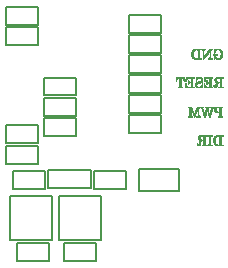
<source format=gbo>
G04 EasyPC Gerber Version 21.0.3 Build 4286 *
G04 #@! TF.Part,Single*
G04 #@! TF.FileFunction,Legend,Bot *
G04 #@! TF.FilePolarity,Positive *
%FSLAX34Y34*%
%MOMM*%
%ADD80C,0.02540*%
%ADD10C,0.12700*%
X0Y0D02*
D02*
D10*
X178095Y26392D02*
X205175D01*
Y11312*
X178095*
Y26392*
X196175Y93312D02*
X169095D01*
Y108392*
X196175*
Y93312*
Y111312D02*
X169095D01*
Y126392*
X196175*
Y111312*
Y194312D02*
X169095D01*
Y209392*
X196175*
Y194312*
Y211312D02*
X169095D01*
Y226392*
X196175*
Y211312*
X201095Y132392D02*
X228175D01*
Y117312*
X201095*
Y132392*
Y149392D02*
X228175D01*
Y134312*
X201095*
Y149392*
X202175Y72312D02*
X175095D01*
Y87392*
X202175*
Y72312*
X204635Y87852D02*
X240635D01*
Y72852*
X204635*
Y87852*
X207780Y66157D02*
X172135D01*
Y28692*
X207780*
Y66157*
X218095Y26392D02*
X245175D01*
Y11312*
X218095*
Y26392*
X228175Y151312D02*
X201095D01*
Y166392*
X228175*
Y151312*
X243095Y87392D02*
X270175D01*
Y72312*
X243095*
Y87392*
X249780Y66157D02*
X214135D01*
Y28692*
X249780*
Y66157*
X273095Y151392D02*
X300175D01*
Y136312*
X273095*
Y151392*
Y168392D02*
X300175D01*
Y153312*
X273095*
Y168392*
Y185392D02*
X300175D01*
Y170312*
X273095*
Y185392*
Y202392D02*
X300175D01*
Y187312*
X273095*
Y202392*
Y219392D02*
X300175D01*
Y204312*
X273095*
Y219392*
X300175Y119312D02*
X273095D01*
Y134392*
X300175*
Y119312*
X315675Y70812D02*
X281595D01*
Y88892*
X315675*
Y70812*
D02*
D80*
X352239Y117783D02*
X347891D01*
X347652Y117776*
X347426Y117762*
X347207Y117735*
X346995Y117694*
X346797Y117646*
X346606Y117591*
X346421Y117523*
X346243Y117441*
X346038Y117325*
X345840Y117188*
X345649Y117038*
X345471Y116867*
X345293Y116675*
X345122Y116470*
X344965Y116245*
X344815Y115998*
X344678Y115746*
X344555Y115472*
X344459Y115192*
X344370Y114905*
X344309Y114597*
X344261Y114283*
X344234Y113955*
X344227Y113620*
X344234Y113339*
X344247Y113066*
X344275Y112792*
X344316Y112539*
X344364Y112287*
X344425Y112040*
X344493Y111801*
X344582Y111569*
X344651Y111398*
X344733Y111227*
X344822Y111070*
X344917Y110913*
X345027Y110762*
X345143Y110619*
X345266Y110482*
X345403Y110345*
X345546Y110215*
X345697Y110099*
X345854Y109990*
X346018Y109887*
X346189Y109791*
X346373Y109709*
X346558Y109627*
X346756Y109559*
X346906Y109518*
X347077Y109477*
X347255Y109443*
X347453Y109415*
X347658Y109395*
X347870Y109381*
X348103Y109368*
X348349*
X352239*
Y109791*
X351439*
X351302Y109798*
X351186Y109812*
X351090Y109846*
X351022Y109887*
X350974Y109942*
X350933Y110010*
X350912Y110092*
X350906Y110188*
Y116969*
X350912Y117058*
X350940Y117126*
X350974Y117195*
X351029Y117256*
X351097Y117297*
X351179Y117331*
X351275Y117352*
X351377Y117359*
X352239*
Y117783*
X349190Y117359D02*
X349306Y117352D01*
X349408Y117331*
X349497Y117297*
X349566Y117249*
X349620Y117188*
X349655Y117113*
X349682Y117024*
X349689Y116928*
Y110208*
X349682Y110113*
X349655Y110024*
X349607Y109956*
X349545Y109894*
X349463Y109853*
X349354Y109819*
X349224Y109798*
X349060Y109791*
X348342*
X348110Y109798*
X347877Y109819*
X347658Y109860*
X347447Y109914*
X347235Y109983*
X347036Y110072*
X346845Y110167*
X346660Y110284*
X346544Y110373*
X346442Y110468*
X346339Y110571*
X346243Y110680*
X346161Y110803*
X346079Y110933*
X346011Y111070*
X345943Y111213*
X345867Y111425*
X345799Y111658*
X345738Y111904*
X345690Y112177*
X345656Y112464*
X345628Y112772*
X345614Y113100*
X345608Y113449*
Y113708*
X345621Y113955*
X345635Y114194*
X345656Y114426*
X345676Y114652*
X345710Y114871*
X345751Y115076*
X345792Y115274*
X345840Y115458*
X345895Y115636*
X345956Y115807*
X346018Y115971*
X346093Y116128*
X346168Y116272*
X346250Y116409*
X346339Y116532*
X346510Y116723*
X346695Y116894*
X346900Y117038*
X347125Y117154*
X347371Y117243*
X347638Y117304*
X347925Y117345*
X348233Y117359*
X349190*
X343147Y117783D02*
X339271D01*
Y117359*
X339934*
X340043*
X340139Y117352*
X340221Y117345*
X340296Y117331*
X340358Y117318*
X340412Y117297*
X340460Y117270*
X340494Y117249*
X340522Y117215*
X340542Y117174*
X340563Y117126*
X340583Y117072*
X340597Y117010*
X340604Y116942*
X340611Y116867*
Y116778*
Y110400*
Y110311*
X340604Y110229*
X340597Y110154*
X340583Y110092*
X340570Y110038*
X340556Y109990*
X340535Y109949*
X340508Y109921*
X340474Y109894*
X340426Y109867*
X340378Y109839*
X340317Y109826*
X340248Y109812*
X340180Y109798*
X340098Y109791*
X340016*
X339271*
Y109368*
X343147*
Y109791*
X342415*
X342320*
X342238Y109798*
X342162Y109805*
X342094Y109819*
X342039Y109832*
X341985Y109853*
X341944Y109880*
X341916Y109908*
X341889Y109935*
X341862Y109976*
X341841Y110031*
X341827Y110085*
X341814Y110154*
X341807Y110229*
X341800Y110311*
Y110400*
Y116778*
Y116867*
X341807Y116942*
X341814Y117010*
X341827Y117072*
X341841Y117126*
X341855Y117167*
X341875Y117202*
X341903Y117229*
X341944Y117256*
X341998Y117284*
X342060Y117304*
X342128Y117325*
X342203Y117338*
X342292Y117352*
X342388Y117359*
X342490*
X343147*
Y117783*
X338539D02*
X334192D01*
X333891Y117776*
X333597Y117748*
X333330Y117701*
X333071Y117639*
X332838Y117557*
X332619Y117461*
X332421Y117345*
X332237Y117208*
X332072Y117058*
X331929Y116894*
X331813Y116723*
X331710Y116545*
X331635Y116347*
X331580Y116142*
X331553Y115930*
X331539Y115698*
X331546Y115561*
X331553Y115431*
X331580Y115301*
X331608Y115171*
X331649Y115048*
X331697Y114932*
X331751Y114816*
X331813Y114706*
X331888Y114597*
X331970Y114501*
X332059Y114406*
X332155Y114317*
X332257Y114228*
X332366Y114153*
X332483Y114078*
X332613Y114009*
X332749Y113948*
X332906Y113893*
X333084Y113838*
X333282Y113790*
X333494Y113743*
X333727Y113708*
X333980Y113667*
X334246Y113640*
X334055Y113585*
X333870Y113531*
X333706Y113476*
X333563Y113421*
X333426Y113367*
X333310Y113312*
X333214Y113257*
X333125Y113203*
X332982Y113093*
X332852Y112963*
X332736Y112813*
X332633Y112656*
X332585Y112560*
X332537Y112437*
X332489Y112300*
X332435Y112136*
X332380Y111958*
X332325Y111753*
X332271Y111521*
X332209Y111275*
X332168Y111097*
X332120Y110933*
X332079Y110783*
X332031Y110646*
X331990Y110530*
X331943Y110427*
X331895Y110331*
X331847Y110256*
X331772Y110167*
X331697Y110106*
X331614Y110065*
X331532Y110051*
X331485Y110058*
X331444Y110065*
X331403Y110085*
X331362Y110113*
X331321Y110154*
X331280Y110195*
X331239Y110249*
X331204Y110311*
X331170Y110379*
X331136Y110461*
X331109Y110557*
X331081Y110666*
X331061Y110783*
X331047Y110919*
X331027Y111063*
X331020Y111220*
X330630*
X330651Y110988*
X330678Y110769*
X330712Y110564*
X330760Y110373*
X330815Y110202*
X330883Y110038*
X330958Y109894*
X331040Y109771*
X331136Y109655*
X331239Y109559*
X331348Y109477*
X331471Y109409*
X331608Y109354*
X331744Y109313*
X331895Y109292*
X332059Y109286*
X332257Y109299*
X332442Y109340*
X332619Y109402*
X332777Y109498*
X332920Y109614*
X333043Y109757*
X333146Y109921*
X333235Y110113*
X333248Y110161*
X333262Y110208*
X333282Y110263*
X333296Y110331*
X333310Y110407*
X333330Y110482*
X333344Y110571*
X333358Y110673*
X333378Y110776*
X333392Y110885*
X333412Y111008*
X333426Y111138*
X333447Y111268*
X333467Y111412*
X333481Y111562*
X333501Y111726*
X333522Y111904*
X333549Y112075*
X333576Y112232*
X333611Y112369*
X333645Y112498*
X333686Y112608*
X333727Y112710*
X333775Y112799*
X333877Y112950*
X334007Y113086*
X334164Y113203*
X334349Y113312*
X334554Y113394*
X334780Y113456*
X335026Y113490*
X335285Y113503*
X335976*
Y110195*
X335969Y110099*
X335948Y110017*
X335914Y109949*
X335866Y109901*
X335791Y109853*
X335696Y109819*
X335579Y109798*
X335443Y109791*
X334636*
Y109368*
X338539*
Y109791*
X337712*
X337589Y109798*
X337480Y109819*
X337384Y109853*
X337316Y109901*
X337254Y109956*
X337220Y110024*
X337193Y110106*
X337186Y110195*
Y116928*
X337193Y117024*
X337220Y117113*
X337261Y117188*
X337316Y117249*
X337391Y117297*
X337480Y117331*
X337589Y117352*
X337712Y117359*
X338539*
Y117783*
X335976Y113914D02*
X334978D01*
X334739Y113920*
X334506Y113934*
X334287Y113968*
X334089Y114009*
X333898Y114064*
X333720Y114125*
X333563Y114201*
X333412Y114289*
X333276Y114392*
X333166Y114515*
X333064Y114659*
X332989Y114816*
X332927Y114994*
X332879Y115192*
X332852Y115404*
X332845Y115636*
Y115800*
X332859Y115951*
X332872Y116094*
X332900Y116231*
X332927Y116361*
X332968Y116477*
X333009Y116586*
X333057Y116689*
X333112Y116778*
X333173Y116867*
X333235Y116942*
X333303Y117010*
X333378Y117072*
X333453Y117126*
X333535Y117174*
X333617Y117215*
X333713Y117249*
X333836Y117277*
X333973Y117304*
X334137Y117325*
X334315Y117338*
X334520Y117352*
X334739Y117359*
X334985*
X335142*
X335292Y117352*
X335415Y117345*
X335531Y117331*
X335627Y117325*
X335702Y117304*
X335771Y117284*
X335819Y117263*
X335887Y117208*
X335935Y117140*
X335969Y117051*
X335976Y116942*
Y113914*
X331361Y109470D02*
X332731D01*
X334636D02*
X338539D01*
X339271D02*
X343147D01*
X347114D02*
X352239D01*
X331092Y109708D02*
X333001D01*
X334636D02*
X338539D01*
X339271D02*
X343147D01*
X346373D02*
X352239D01*
X330931Y109946D02*
X333158D01*
X335914D02*
X337265D01*
X340535D02*
X341882D01*
X345924D02*
X347349D01*
X349597D02*
X350972D01*
X330822Y110184D02*
X331291D01*
X331786D02*
X333255D01*
X335975D02*
X337187D01*
X340600D02*
X341811D01*
X345586D02*
X346818D01*
X349687D02*
X350906D01*
X330748Y110422D02*
X331152D01*
X331940D02*
X333314D01*
X335976D02*
X337186D01*
X340611D02*
X341800D01*
X345326D02*
X346491D01*
X349689D02*
X350906D01*
X330696Y110660D02*
X331083D01*
X332036D02*
X333356D01*
X335976D02*
X337186D01*
X340611D02*
X341800D01*
X345110D02*
X346261D01*
X349689D02*
X350906D01*
X330662Y110898D02*
X331049D01*
X332110D02*
X333394D01*
X335976D02*
X337186D01*
X340611D02*
X341800D01*
X344928D02*
X346101D01*
X349689D02*
X350906D01*
X330638Y111136D02*
X331024D01*
X332177D02*
X333426D01*
X335976D02*
X337186D01*
X340611D02*
X341800D01*
X344785D02*
X345980D01*
X349689D02*
X350906D01*
X332234Y111374D02*
X333462D01*
X335976D02*
X337186D01*
X340611D02*
X341800D01*
X344663D02*
X345885D01*
X349689D02*
X350906D01*
X332292Y111612D02*
X333487D01*
X335976D02*
X337186D01*
X340611D02*
X341800D01*
X344566D02*
X345812D01*
X349689D02*
X350906D01*
X332351Y111850D02*
X333516D01*
X335976D02*
X337186D01*
X340611D02*
X341800D01*
X344479D02*
X345751D01*
X349689D02*
X350906D01*
X332420Y112088D02*
X333551D01*
X335976D02*
X337186D01*
X340611D02*
X341800D01*
X344413D02*
X345706D01*
X349689D02*
X350906D01*
X332498Y112326D02*
X333600D01*
X335976D02*
X337186D01*
X340611D02*
X341800D01*
X344357D02*
X345672D01*
X349689D02*
X350906D01*
X332585Y112564D02*
X333670D01*
X335976D02*
X337186D01*
X340611D02*
X341800D01*
X344312D02*
X345647D01*
X349689D02*
X350906D01*
X332729Y112802D02*
X333777D01*
X335976D02*
X337186D01*
X340611D02*
X341800D01*
X344274D02*
X345627D01*
X349689D02*
X350906D01*
X332929Y113040D02*
X333963D01*
X335976D02*
X337186D01*
X340611D02*
X341800D01*
X344250D02*
X345617D01*
X349689D02*
X350906D01*
X333251Y113278D02*
X334291D01*
X335976D02*
X337186D01*
X340611D02*
X341800D01*
X344237D02*
X345611D01*
X349689D02*
X350906D01*
X333825Y113516D02*
X337186D01*
X340611D02*
X341800D01*
X344230D02*
X345608D01*
X349689D02*
X350906D01*
X333444Y113754D02*
X337186D01*
X340611D02*
X341800D01*
X344230D02*
X345610D01*
X349689D02*
X350906D01*
X332651Y113992D02*
X334171D01*
X335976D02*
X337186D01*
X340611D02*
X341800D01*
X344237D02*
X345623D01*
X349689D02*
X350906D01*
X332257Y114230D02*
X333513D01*
X335976D02*
X337186D01*
X340611D02*
X341800D01*
X344257D02*
X345638D01*
X349689D02*
X350906D01*
X332001Y114468D02*
X333208D01*
X335976D02*
X337186D01*
X340611D02*
X341800D01*
X344289D02*
X345660D01*
X349689D02*
X350906D01*
X331813Y114706D02*
X333042D01*
X335976D02*
X337186D01*
X340611D02*
X341800D01*
X344331D02*
X345684D01*
X349689D02*
X350906D01*
X331692Y114944D02*
X332944D01*
X335976D02*
X337186D01*
X340611D02*
X341800D01*
X344382D02*
X345725D01*
X349689D02*
X350906D01*
X331606Y115182D02*
X332881D01*
X335976D02*
X337186D01*
X340611D02*
X341800D01*
X344456D02*
X345773D01*
X349689D02*
X350906D01*
X331555Y115420D02*
X332852D01*
X335976D02*
X337186D01*
X340611D02*
X341800D01*
X344537D02*
X345830D01*
X349689D02*
X350906D01*
X331541Y115658D02*
X332845D01*
X335976D02*
X337186D01*
X340611D02*
X341800D01*
X344638D02*
X345903D01*
X349689D02*
X350906D01*
X331551Y115896D02*
X332854D01*
X335976D02*
X337186D01*
X340611D02*
X341800D01*
X344760D02*
X345990D01*
X349689D02*
X350906D01*
X331579Y116134D02*
X332880D01*
X335976D02*
X337186D01*
X340611D02*
X341800D01*
X344898D02*
X346096D01*
X349689D02*
X350906D01*
X331644Y116372D02*
X332931D01*
X335976D02*
X337186D01*
X340611D02*
X341800D01*
X345054D02*
X346228D01*
X349689D02*
X350906D01*
X331748Y116610D02*
X333020D01*
X335976D02*
X337186D01*
X340611D02*
X341800D01*
X345239D02*
X346409D01*
X349689D02*
X350906D01*
X331898Y116848D02*
X333160D01*
X335976D02*
X337186D01*
X340611D02*
X341800D01*
X345453D02*
X346645D01*
X349689D02*
X350906D01*
X332103Y117086D02*
X333397D01*
X335956D02*
X337212D01*
X340578D02*
X341831D01*
X345710D02*
X346993D01*
X349663D02*
X350924D01*
X332393Y117324D02*
X334123D01*
X335627D02*
X337462D01*
X340329D02*
X342122D01*
X346038D02*
X347778D01*
X349426D02*
X351162D01*
X332852Y117562D02*
X338539D01*
X339271D02*
X343147D01*
X346527D02*
X352239D01*
X352191Y141783D02*
X348034D01*
X347699Y141769*
X347378Y141742*
X347077Y141694*
X346797Y141625*
X346537Y141530*
X346305Y141420*
X346086Y141290*
X345888Y141147*
X345717Y140976*
X345567Y140798*
X345437Y140614*
X345334Y140409*
X345252Y140197*
X345197Y139964*
X345163Y139732*
X345150Y139479*
X345163Y139226*
X345191Y138994*
X345245Y138775*
X345321Y138570*
X345416Y138378*
X345532Y138207*
X345669Y138050*
X345833Y137907*
X346072Y137729*
X346325Y137579*
X346599Y137456*
X346879Y137346*
X347173Y137264*
X347488Y137209*
X347809Y137175*
X348144Y137162*
X349648*
Y134284*
X349641Y134167*
X349620Y134072*
X349579Y133990*
X349525Y133928*
X349443Y133867*
X349340Y133826*
X349231Y133798*
X349101Y133791*
X348144*
Y133368*
X352191*
Y133791*
X351343*
X351227Y133798*
X351124Y133819*
X351042Y133846*
X350974Y133887*
X350926Y133942*
X350885Y134010*
X350864Y134079*
X350858Y134161*
Y140873*
X350864Y140997*
X350892Y141092*
X350940Y141181*
X351008Y141243*
X351049Y141270*
X351097Y141297*
X351152Y141311*
X351220Y141331*
X351295Y141345*
X351377Y141352*
X351466Y141359*
X351569*
X352191*
Y141783*
X349648Y137579D02*
X348506D01*
X348239Y137585*
X348000Y137606*
X347775Y137640*
X347570Y137688*
X347385Y137756*
X347214Y137831*
X347064Y137927*
X346934Y138030*
X346824Y138153*
X346729Y138289*
X346640Y138454*
X346578Y138631*
X346524Y138823*
X346483Y139041*
X346462Y139274*
X346455Y139527*
Y139698*
X346469Y139869*
X346483Y140019*
X346510Y140169*
X346537Y140299*
X346578Y140422*
X346619Y140539*
X346674Y140641*
X346790Y140826*
X346941Y140983*
X347112Y141113*
X347303Y141215*
X347419Y141263*
X347549Y141297*
X347693Y141331*
X347857Y141359*
X348041Y141379*
X348233Y141393*
X348451Y141407*
X348677*
X348834*
X348964Y141400*
X349087Y141386*
X349197Y141379*
X349285Y141359*
X349367Y141338*
X349429Y141311*
X349477Y141284*
X349552Y141215*
X349607Y141120*
X349634Y141010*
X349648Y140873*
Y137579*
X344664Y141783D02*
X341855D01*
Y141359*
X342053*
X342156*
X342251Y141352*
X342340*
X342415Y141338*
X342477Y141331*
X342531Y141318*
X342579Y141304*
X342614Y141290*
X342668Y141249*
X342702Y141202*
X342730Y141140*
X342737Y141072*
X342730Y141010*
X342716Y140935*
X342689Y140846*
X342648Y140744*
X342614Y140634*
X340905Y135295*
X339401Y140231*
X339469Y140429*
X339524Y140607*
X339585Y140764*
X339633Y140894*
X339681Y141010*
X339729Y141099*
X339770Y141167*
X339804Y141215*
X339845Y141249*
X339893Y141277*
X339947Y141304*
X340016Y141325*
X340084Y141338*
X340166Y141352*
X340262Y141359*
X340358*
X340870*
Y141783*
X337364*
Y141359*
X337726*
X337835*
X337938Y141352*
X338033Y141345*
X338115Y141338*
X338184Y141325*
X338245Y141311*
X338300Y141297*
X338341Y141284*
X338403Y141236*
X338444Y141181*
X338471Y141120*
X338478Y141051*
X338471Y140928*
X338444Y140826*
X336707Y135295*
X335279Y140081*
X335238Y140217*
X335210Y140354*
X335197Y140484*
X335190Y140614*
X335203Y140791*
X335238Y140949*
X335292Y141079*
X335367Y141181*
X335463Y141256*
X335579Y141311*
X335723Y141345*
X335887Y141359*
X336147*
Y141783*
X333508*
Y141359*
X333672Y141331*
X333822Y141290*
X333946Y141249*
X334062Y141188*
X334157Y141120*
X334253Y141038*
X334335Y140949*
X334417Y140839*
X334451Y140778*
X334492Y140703*
X334527Y140627*
X334568Y140532*
X334609Y140436*
X334643Y140327*
X334684Y140204*
X334718Y140081*
X336789Y133169*
X337193*
X339127Y139349*
X340980Y133169*
X341404*
X343769Y140634*
X343810Y140744*
X343844Y140839*
X343885Y140921*
X343919Y141003*
X343960Y141072*
X344008Y141126*
X344049Y141181*
X344090Y141215*
X344193Y141277*
X344322Y141325*
X344480Y141352*
X344664Y141359*
Y141783*
X333241D02*
X330432D01*
X327923Y135138*
X325619Y141783*
X322741*
Y141359*
X323439*
X323528*
X323610Y141352*
X323685Y141345*
X323753Y141331*
X323808Y141318*
X323863Y141297*
X323904Y141277*
X323938Y141249*
X323992Y141188*
X324033Y141099*
X324061Y140997*
X324068Y140873*
Y134208*
X324061Y134113*
X324027Y134031*
X323979Y133956*
X323910Y133901*
X323869Y133873*
X323822Y133853*
X323767Y133832*
X323705Y133819*
X323637Y133805*
X323562Y133798*
X323473Y133791*
X323384*
X322741*
Y133368*
X326604*
Y133791*
X325886*
X325742Y133798*
X325613Y133819*
X325510Y133860*
X325428Y133908*
X325360Y133969*
X325312Y134038*
X325284Y134120*
X325278Y134208*
Y141359*
X328053Y133368*
X328436*
X331430Y141325*
Y135200*
Y135070*
X331423Y134947*
X331409Y134831*
X331396Y134728*
X331375Y134625*
X331355Y134537*
X331327Y134455*
X331293Y134386*
X331218Y134256*
X331129Y134147*
X331020Y134051*
X330904Y133969*
X330835Y133935*
X330753Y133908*
X330664Y133873*
X330569Y133853*
X330452Y133832*
X330336Y133812*
X330206Y133798*
X330063Y133791*
Y133368*
X333241*
Y133791*
X333057Y133805*
X332879Y133832*
X332729Y133860*
X332585Y133901*
X332462Y133949*
X332353Y133997*
X332257Y134058*
X332182Y134126*
X332114Y134202*
X332059Y134297*
X332011Y134400*
X331970Y134523*
X331943Y134653*
X331922Y134803*
X331908Y134960*
X331902Y135138*
Y140942*
X331908Y141044*
X331936Y141126*
X331977Y141202*
X332031Y141256*
X332066Y141284*
X332114Y141304*
X332161Y141318*
X332223Y141331*
X332284Y141345*
X332360Y141352*
X332435Y141359*
X332524*
X333241*
Y141783*
X336770Y133232D02*
X337213D01*
X340961D02*
X341424D01*
X322741Y133470D02*
X326604D01*
X328018D02*
X328474D01*
X330063D02*
X333241D01*
X336699D02*
X337287D01*
X340890D02*
X341499D01*
X348144D02*
X352191D01*
X322741Y133708D02*
X326604D01*
X327935D02*
X328564D01*
X330063D02*
X333241D01*
X336628D02*
X337362D01*
X340818D02*
X341575D01*
X348144D02*
X352191D01*
X323966Y133946D02*
X325386D01*
X327852D02*
X328653D01*
X330857D02*
X332469D01*
X336556D02*
X337436D01*
X340747D02*
X341650D01*
X349541D02*
X350924D01*
X324066Y134184D02*
X325280D01*
X327770D02*
X328743D01*
X331159D02*
X332130D01*
X336485D02*
X337511D01*
X340676D02*
X341726D01*
X349642D02*
X350858D01*
X324068Y134422D02*
X325278D01*
X327687D02*
X328833D01*
X331311D02*
X332004D01*
X336414D02*
X337585D01*
X340604D02*
X341801D01*
X349648D02*
X350858D01*
X324068Y134660D02*
X325278D01*
X327604D02*
X328922D01*
X331382D02*
X331942D01*
X336342D02*
X337660D01*
X340533D02*
X341876D01*
X349648D02*
X350858D01*
X324068Y134898D02*
X325278D01*
X327522D02*
X329012D01*
X331417D02*
X331914D01*
X336271D02*
X337734D01*
X340462D02*
X341952D01*
X349648D02*
X350858D01*
X324068Y135136D02*
X325278D01*
X327439D02*
X327923D01*
X327924D02*
X329101D01*
X331430D02*
X331902D01*
X336200D02*
X337809D01*
X340390D02*
X342027D01*
X349648D02*
X350858D01*
X324068Y135374D02*
X325278D01*
X327356D02*
X327841D01*
X328012D02*
X329191D01*
X331430D02*
X331902D01*
X336128D02*
X336683D01*
X336732D02*
X337883D01*
X340319D02*
X340881D01*
X340930D02*
X342103D01*
X349648D02*
X350858D01*
X324068Y135612D02*
X325278D01*
X327274D02*
X327759D01*
X328102D02*
X329280D01*
X331430D02*
X331902D01*
X336057D02*
X336612D01*
X336807D02*
X337958D01*
X340247D02*
X340808D01*
X341006D02*
X342178D01*
X349648D02*
X350858D01*
X324068Y135850D02*
X325278D01*
X327191D02*
X327676D01*
X328192D02*
X329370D01*
X331430D02*
X331902D01*
X335986D02*
X336541D01*
X336881D02*
X338032D01*
X340176D02*
X340736D01*
X341083D02*
X342253D01*
X349648D02*
X350858D01*
X324068Y136088D02*
X325278D01*
X327108D02*
X327594D01*
X328282D02*
X329459D01*
X331430D02*
X331902D01*
X335914D02*
X336470D01*
X336956D02*
X338106D01*
X340105D02*
X340663D01*
X341159D02*
X342329D01*
X349648D02*
X350858D01*
X324068Y136326D02*
X325278D01*
X327026D02*
X327511D01*
X328372D02*
X329549D01*
X331430D02*
X331902D01*
X335843D02*
X336399D01*
X337031D02*
X338181D01*
X340033D02*
X340591D01*
X341235D02*
X342404D01*
X349648D02*
X350858D01*
X324068Y136564D02*
X325278D01*
X326943D02*
X327429D01*
X328461D02*
X329639D01*
X331430D02*
X331902D01*
X335772D02*
X336328D01*
X337106D02*
X338255D01*
X339962D02*
X340518D01*
X341311D02*
X342480D01*
X349648D02*
X350858D01*
X324068Y136802D02*
X325278D01*
X326860D02*
X327346D01*
X328551D02*
X329728D01*
X331430D02*
X331902D01*
X335700D02*
X336257D01*
X337180D02*
X338330D01*
X339891D02*
X340446D01*
X341387D02*
X342555D01*
X349648D02*
X350858D01*
X324068Y137040D02*
X325278D01*
X326778D02*
X327264D01*
X328641D02*
X329818D01*
X331430D02*
X331902D01*
X335629D02*
X336186D01*
X337255D02*
X338404D01*
X339819D02*
X340373D01*
X341464D02*
X342630D01*
X349648D02*
X350858D01*
X324068Y137278D02*
X325278D01*
X326695D02*
X327181D01*
X328731D02*
X329907D01*
X331430D02*
X331902D01*
X335558D02*
X336115D01*
X337330D02*
X338479D01*
X339748D02*
X340301D01*
X341540D02*
X342706D01*
X347123D02*
X350858D01*
X324068Y137516D02*
X325278D01*
X326613D02*
X327098D01*
X328821D02*
X329997D01*
X331430D02*
X331902D01*
X335487D02*
X336044D01*
X337405D02*
X338553D01*
X339677D02*
X340228D01*
X341616D02*
X342781D01*
X346465D02*
X350858D01*
X324068Y137754D02*
X325278D01*
X326530D02*
X327016D01*
X328911D02*
X330086D01*
X331430D02*
X331902D01*
X335415D02*
X335973D01*
X337479D02*
X338628D01*
X339605D02*
X340156D01*
X341692D02*
X342857D01*
X346038D02*
X347390D01*
X349648D02*
X350858D01*
X324068Y137992D02*
X325278D01*
X326447D02*
X326933D01*
X329001D02*
X330176D01*
X331430D02*
X331902D01*
X335344D02*
X335902D01*
X337554D02*
X338702D01*
X339534D02*
X340083D01*
X341768D02*
X342932D01*
X345736D02*
X346982D01*
X349648D02*
X350858D01*
X324068Y138230D02*
X325278D01*
X326365D02*
X326851D01*
X329090D02*
X330265D01*
X331430D02*
X331902D01*
X335273D02*
X335831D01*
X337629D02*
X338777D01*
X339463D02*
X340011D01*
X341844D02*
X343007D01*
X345516D02*
X346770D01*
X349648D02*
X350858D01*
X324068Y138468D02*
X325278D01*
X326282D02*
X326768D01*
X329180D02*
X330355D01*
X331430D02*
X331902D01*
X335201D02*
X335760D01*
X337703D02*
X338851D01*
X339391D02*
X339938D01*
X341921D02*
X343083D01*
X345371D02*
X346635D01*
X349648D02*
X350858D01*
X324068Y138706D02*
X325278D01*
X326199D02*
X326686D01*
X329270D02*
X330445D01*
X331430D02*
X331902D01*
X335130D02*
X335689D01*
X337778D02*
X338926D01*
X339320D02*
X339866D01*
X341997D02*
X343158D01*
X345271D02*
X346557D01*
X349648D02*
X350858D01*
X324068Y138944D02*
X325278D01*
X326117D02*
X326603D01*
X329360D02*
X330534D01*
X331430D02*
X331902D01*
X335059D02*
X335618D01*
X337853D02*
X339000D01*
X339248D02*
X339793D01*
X342073D02*
X343234D01*
X345203D02*
X346501D01*
X349648D02*
X350858D01*
X324068Y139182D02*
X325278D01*
X326034D02*
X326521D01*
X329450D02*
X330624D01*
X331430D02*
X331902D01*
X334987D02*
X335547D01*
X337928D02*
X339075D01*
X339177D02*
X339721D01*
X342149D02*
X343309D01*
X345168D02*
X346470D01*
X349648D02*
X350858D01*
X324068Y139420D02*
X325278D01*
X325951D02*
X326438D01*
X329540D02*
X330713D01*
X331430D02*
X331902D01*
X334916D02*
X335476D01*
X338002D02*
X339648D01*
X342225D02*
X343384D01*
X345153D02*
X346458D01*
X349648D02*
X350858D01*
X324068Y139658D02*
X325278D01*
X325869D02*
X326356D01*
X329630D02*
X330803D01*
X331430D02*
X331902D01*
X334845D02*
X335405D01*
X338077D02*
X339576D01*
X342302D02*
X343460D01*
X345159D02*
X346455D01*
X349648D02*
X350858D01*
X324068Y139896D02*
X325278D01*
X325786D02*
X326273D01*
X329720D02*
X330892D01*
X331430D02*
X331902D01*
X334773D02*
X335334D01*
X338152D02*
X339503D01*
X342378D02*
X343535D01*
X345187D02*
X346472D01*
X349648D02*
X350858D01*
X324068Y140134D02*
X325278D01*
X325703D02*
X326191D01*
X329809D02*
X330982D01*
X331430D02*
X331902D01*
X334703D02*
X335263D01*
X338227D02*
X339431D01*
X342454D02*
X343611D01*
X345237D02*
X346504D01*
X349648D02*
X350858D01*
X324068Y140372D02*
X325278D01*
X325621D02*
X326108D01*
X329899D02*
X331071D01*
X331430D02*
X331902D01*
X334629D02*
X335208D01*
X338301D02*
X339449D01*
X342530D02*
X343686D01*
X345320D02*
X346561D01*
X349648D02*
X350858D01*
X324068Y140610D02*
X325278D01*
X325538D02*
X326026D01*
X329989D02*
X331161D01*
X331430D02*
X331902D01*
X334534D02*
X335190D01*
X338376D02*
X339525D01*
X342606D02*
X343761D01*
X345437D02*
X346657D01*
X349648D02*
X350858D01*
X324068Y140848D02*
X325278D01*
X325455D02*
X325943D01*
X330079D02*
X331251D01*
X331430D02*
X331902D01*
X334410D02*
X335216D01*
X338450D02*
X339616D01*
X342689D02*
X343849D01*
X345609D02*
X346811D01*
X349648D02*
X350858D01*
X324037Y141086D02*
X325278D01*
X325373D02*
X325861D01*
X330169D02*
X331340D01*
X331430D02*
X331922D01*
X334197D02*
X335297D01*
X338474D02*
X339722D01*
X342736D02*
X343972D01*
X345827D02*
X347076D01*
X349615D02*
X350890D01*
X323783Y141324D02*
X325278D01*
X325290D02*
X325778D01*
X330259D02*
X332190D01*
X333698D02*
X335634D01*
X338184D02*
X340011D01*
X342506D02*
X344316D01*
X346143D02*
X347663D01*
X349399D02*
X351196D01*
X322741Y141562D02*
X325696D01*
X330349D02*
X333241D01*
X333508D02*
X336147D01*
X337364D02*
X340870D01*
X341855D02*
X344664D01*
X346625D02*
X352191D01*
X352341Y166783D02*
X347993D01*
X347693Y166776*
X347399Y166748*
X347132Y166701*
X346872Y166639*
X346640Y166557*
X346421Y166461*
X346223Y166345*
X346038Y166208*
X345874Y166058*
X345731Y165894*
X345614Y165723*
X345512Y165545*
X345437Y165347*
X345382Y165142*
X345355Y164930*
X345341Y164698*
X345348Y164561*
X345355Y164431*
X345382Y164301*
X345409Y164171*
X345450Y164048*
X345498Y163932*
X345553Y163816*
X345614Y163706*
X345690Y163597*
X345772Y163501*
X345861Y163406*
X345956Y163317*
X346059Y163228*
X346168Y163153*
X346284Y163078*
X346414Y163009*
X346551Y162948*
X346708Y162893*
X346886Y162838*
X347084Y162790*
X347296Y162743*
X347529Y162708*
X347781Y162667*
X348048Y162640*
X347857Y162585*
X347672Y162531*
X347508Y162476*
X347364Y162421*
X347228Y162367*
X347112Y162312*
X347016Y162257*
X346927Y162203*
X346783Y162093*
X346654Y161963*
X346537Y161813*
X346435Y161656*
X346387Y161560*
X346339Y161437*
X346291Y161300*
X346237Y161136*
X346182Y160958*
X346127Y160753*
X346072Y160521*
X346011Y160275*
X345970Y160097*
X345922Y159933*
X345881Y159783*
X345833Y159646*
X345792Y159530*
X345744Y159427*
X345697Y159331*
X345649Y159256*
X345573Y159167*
X345498Y159106*
X345416Y159065*
X345334Y159051*
X345286Y159058*
X345245Y159065*
X345204Y159085*
X345163Y159113*
X345122Y159154*
X345081Y159195*
X345040Y159249*
X345006Y159311*
X344972Y159379*
X344938Y159461*
X344910Y159557*
X344883Y159666*
X344863Y159783*
X344849Y159919*
X344828Y160063*
X344822Y160220*
X344432*
X344452Y159988*
X344480Y159769*
X344514Y159564*
X344562Y159373*
X344616Y159202*
X344685Y159038*
X344760Y158894*
X344842Y158771*
X344938Y158655*
X345040Y158559*
X345150Y158477*
X345273Y158409*
X345409Y158354*
X345546Y158313*
X345697Y158292*
X345861Y158286*
X346059Y158299*
X346243Y158340*
X346421Y158402*
X346578Y158498*
X346722Y158614*
X346845Y158757*
X346947Y158921*
X347036Y159113*
X347050Y159161*
X347064Y159208*
X347084Y159263*
X347098Y159331*
X347112Y159407*
X347132Y159482*
X347146Y159571*
X347159Y159673*
X347180Y159776*
X347194Y159885*
X347214Y160008*
X347228Y160138*
X347248Y160268*
X347269Y160412*
X347282Y160562*
X347303Y160726*
X347323Y160904*
X347351Y161075*
X347378Y161232*
X347412Y161369*
X347447Y161498*
X347488Y161608*
X347529Y161710*
X347576Y161799*
X347679Y161950*
X347809Y162086*
X347966Y162203*
X348151Y162312*
X348356Y162394*
X348581Y162456*
X348827Y162490*
X349087Y162503*
X349778*
Y159195*
X349771Y159099*
X349750Y159017*
X349716Y158949*
X349668Y158901*
X349593Y158853*
X349497Y158819*
X349381Y158798*
X349244Y158791*
X348438*
Y158368*
X352341*
Y158791*
X351514*
X351391Y158798*
X351281Y158819*
X351186Y158853*
X351117Y158901*
X351056Y158956*
X351022Y159024*
X350994Y159106*
X350988Y159195*
Y165928*
X350994Y166024*
X351022Y166113*
X351063Y166188*
X351117Y166249*
X351193Y166297*
X351281Y166331*
X351391Y166352*
X351514Y166359*
X352341*
Y166783*
X349778Y162914D02*
X348780D01*
X348540Y162920*
X348308Y162934*
X348089Y162968*
X347891Y163009*
X347699Y163064*
X347522Y163125*
X347364Y163201*
X347214Y163289*
X347077Y163392*
X346968Y163515*
X346865Y163659*
X346790Y163816*
X346729Y163994*
X346681Y164192*
X346654Y164404*
X346647Y164636*
Y164800*
X346660Y164951*
X346674Y165094*
X346701Y165231*
X346729Y165361*
X346770Y165477*
X346811Y165586*
X346859Y165689*
X346913Y165778*
X346975Y165867*
X347036Y165942*
X347105Y166010*
X347180Y166072*
X347255Y166126*
X347337Y166174*
X347419Y166215*
X347515Y166249*
X347638Y166277*
X347775Y166304*
X347939Y166325*
X348116Y166338*
X348322Y166352*
X348540Y166359*
X348786*
X348944*
X349094Y166352*
X349217Y166345*
X349333Y166331*
X349429Y166325*
X349504Y166304*
X349572Y166284*
X349620Y166263*
X349689Y166208*
X349737Y166140*
X349771Y166051*
X349778Y165942*
Y162914*
X343454Y166783D02*
X336782D01*
X336625Y163946*
X337008*
X337070Y164267*
X337138Y164568*
X337213Y164841*
X337302Y165087*
X337398Y165306*
X337500Y165504*
X337610Y165675*
X337726Y165826*
X337856Y165949*
X337992Y166058*
X338136Y166147*
X338293Y166222*
X338457Y166284*
X338635Y166325*
X338820Y166352*
X339011Y166359*
X340658*
X340754Y166352*
X340829Y166331*
X340905Y166297*
X340959Y166249*
X341007Y166188*
X341034Y166113*
X341055Y166024*
X341062Y165921*
Y162920*
X340337*
X340200Y162927*
X340064Y162948*
X339934Y162975*
X339818Y163023*
X339701Y163084*
X339592Y163153*
X339496Y163235*
X339401Y163337*
X339312Y163447*
X339243Y163570*
X339175Y163706*
X339120Y163864*
X339079Y164028*
X339045Y164206*
X339025Y164404*
X339011Y164609*
X338621*
Y160712*
X339011*
X339025Y160945*
X339045Y161164*
X339079Y161362*
X339120Y161539*
X339175Y161704*
X339243Y161854*
X339319Y161984*
X339407Y162100*
X339503Y162196*
X339606Y162278*
X339715Y162353*
X339838Y162414*
X339968Y162456*
X340105Y162490*
X340248Y162510*
X340406Y162517*
X341062*
Y159167*
X341055Y159079*
X341028Y159003*
X340993Y158942*
X340939Y158887*
X340870Y158846*
X340775Y158812*
X340665Y158798*
X340535Y158791*
X339230*
X338977Y158805*
X338731Y158832*
X338498Y158887*
X338286Y158962*
X338081Y159058*
X337897Y159174*
X337719Y159311*
X337562Y159468*
X337418Y159646*
X337281Y159851*
X337165Y160070*
X337063Y160316*
X336974Y160576*
X336899Y160863*
X336837Y161170*
X336789Y161498*
X336379*
X336523Y158368*
X343454*
Y158791*
X342880*
X342723Y158798*
X342593Y158819*
X342490Y158860*
X342408Y158908*
X342347Y158969*
X342306Y159051*
X342279Y159140*
X342272Y159249*
Y165921*
X342279Y166024*
X342299Y166113*
X342340Y166188*
X342388Y166249*
X342456Y166297*
X342545Y166331*
X342648Y166352*
X342764Y166359*
X343454*
Y166783*
X330425Y166147D02*
X329912Y166878D01*
X329495*
X329461Y163816*
X329837*
X329933Y164158*
X330035Y164472*
X330152Y164766*
X330275Y165033*
X330411Y165279*
X330555Y165504*
X330712Y165703*
X330876Y165873*
X331054Y166024*
X331239Y166161*
X331423Y166270*
X331621Y166359*
X331820Y166434*
X332031Y166482*
X332243Y166509*
X332469Y166523*
X332654Y166516*
X332824Y166496*
X332989Y166461*
X333146Y166407*
X333296Y166345*
X333440Y166270*
X333570Y166181*
X333693Y166072*
X333809Y165956*
X333905Y165839*
X333987Y165709*
X334048Y165573*
X334103Y165436*
X334144Y165286*
X334164Y165135*
X334171Y164978*
X334157Y164780*
X334123Y164595*
X334069Y164424*
X333987Y164267*
X333884Y164123*
X333761Y163994*
X333617Y163877*
X333447Y163775*
X333344Y163727*
X333228Y163672*
X333084Y163624*
X332927Y163577*
X332742Y163522*
X332544Y163474*
X332325Y163419*
X332086Y163365*
X331744Y163289*
X331437Y163214*
X331150Y163132*
X330890Y163057*
X330657Y162982*
X330452Y162900*
X330275Y162825*
X330117Y162743*
X329981Y162667*
X329851Y162579*
X329735Y162490*
X329625Y162394*
X329523Y162291*
X329434Y162182*
X329345Y162073*
X329277Y161956*
X329208Y161833*
X329154Y161710*
X329106Y161581*
X329065Y161444*
X329037Y161300*
X329017Y161150*
X329003Y160999*
X328996Y160842*
X329010Y160569*
X329044Y160302*
X329106Y160042*
X329188Y159803*
X329297Y159571*
X329427Y159359*
X329584Y159154*
X329762Y158956*
X329960Y158785*
X330172Y158627*
X330398Y158504*
X330637Y158395*
X330890Y158313*
X331156Y158258*
X331444Y158224*
X331738Y158210*
X332059Y158224*
X332366Y158265*
X332667Y158327*
X332954Y158422*
X333235Y158539*
X333501Y158682*
X333754Y158853*
X334000Y159051*
X334643Y158265*
X335053*
Y161526*
X334643*
X334574Y161198*
X334486Y160890*
X334383Y160596*
X334253Y160323*
X334110Y160063*
X333952Y159824*
X333775Y159605*
X333576Y159400*
X333364Y159215*
X333146Y159058*
X332920Y158921*
X332688Y158812*
X332455Y158730*
X332209Y158668*
X331956Y158634*
X331703Y158621*
X331498Y158627*
X331300Y158648*
X331115Y158689*
X330938Y158744*
X330774Y158812*
X330616Y158901*
X330466Y159003*
X330329Y159120*
X330206Y159243*
X330097Y159379*
X330001Y159523*
X329926Y159666*
X329871Y159824*
X329830Y159988*
X329803Y160152*
X329796Y160330*
X329810Y160521*
X329844Y160706*
X329906Y160876*
X329994Y161034*
X330049Y161109*
X330111Y161184*
X330179Y161252*
X330254Y161314*
X330336Y161375*
X330425Y161437*
X330521Y161492*
X330623Y161546*
X330746Y161601*
X330897Y161656*
X331068Y161717*
X331266Y161779*
X331491Y161840*
X331744Y161909*
X332018Y161977*
X332325Y162052*
X332496Y162093*
X332660Y162134*
X332818Y162175*
X332968Y162223*
X333105Y162264*
X333241Y162312*
X333371Y162353*
X333494Y162401*
X333611Y162449*
X333720Y162497*
X333822Y162544*
X333918Y162592*
X334000Y162640*
X334082Y162688*
X334157Y162743*
X334226Y162790*
X334390Y162941*
X334533Y163112*
X334656Y163296*
X334759Y163488*
X334834Y163706*
X334889Y163932*
X334923Y164178*
X334937Y164431*
X334923Y164705*
X334889Y164964*
X334834Y165210*
X334759Y165443*
X334663Y165662*
X334540Y165873*
X334397Y166065*
X334226Y166249*
X334048Y166420*
X333850Y166564*
X333645Y166680*
X333419Y166783*
X333187Y166858*
X332947Y166913*
X332688Y166947*
X332421Y166960*
X332155Y166947*
X331902Y166913*
X331656Y166851*
X331409Y166769*
X331293Y166721*
X331170Y166660*
X331047Y166598*
X330924Y166523*
X330801Y166441*
X330678Y166352*
X330548Y166249*
X330425Y166147*
X327704Y166783D02*
X321032D01*
X320875Y163946*
X321258*
X321320Y164267*
X321388Y164568*
X321463Y164841*
X321552Y165087*
X321648Y165306*
X321750Y165504*
X321860Y165675*
X321976Y165826*
X322106Y165949*
X322242Y166058*
X322386Y166147*
X322543Y166222*
X322707Y166284*
X322885Y166325*
X323070Y166352*
X323261Y166359*
X324908*
X325004Y166352*
X325079Y166331*
X325155Y166297*
X325209Y166249*
X325257Y166188*
X325284Y166113*
X325305Y166024*
X325312Y165921*
Y162920*
X324587*
X324450Y162927*
X324314Y162948*
X324184Y162975*
X324068Y163023*
X323951Y163084*
X323842Y163153*
X323746Y163235*
X323651Y163337*
X323562Y163447*
X323493Y163570*
X323425Y163706*
X323370Y163864*
X323329Y164028*
X323295Y164206*
X323275Y164404*
X323261Y164609*
X322871*
Y160712*
X323261*
X323275Y160945*
X323295Y161164*
X323329Y161362*
X323370Y161539*
X323425Y161704*
X323493Y161854*
X323569Y161984*
X323657Y162100*
X323753Y162196*
X323856Y162278*
X323965Y162353*
X324088Y162414*
X324218Y162456*
X324355Y162490*
X324498Y162510*
X324656Y162517*
X325312*
Y159167*
X325305Y159079*
X325278Y159003*
X325243Y158942*
X325189Y158887*
X325120Y158846*
X325025Y158812*
X324915Y158798*
X324785Y158791*
X323480*
X323227Y158805*
X322981Y158832*
X322748Y158887*
X322536Y158962*
X322331Y159058*
X322147Y159174*
X321969Y159311*
X321812Y159468*
X321668Y159646*
X321531Y159851*
X321415Y160070*
X321313Y160316*
X321224Y160576*
X321149Y160863*
X321087Y161170*
X321039Y161498*
X320629*
X320773Y158368*
X327704*
Y158791*
X327130*
X326973Y158798*
X326843Y158819*
X326740Y158860*
X326658Y158908*
X326597Y158969*
X326556Y159051*
X326529Y159140*
X326522Y159249*
Y165921*
X326529Y166024*
X326549Y166113*
X326590Y166188*
X326638Y166249*
X326706Y166297*
X326795Y166331*
X326898Y166352*
X327014Y166359*
X327704*
Y166783*
X319535D02*
X312713D01*
X312549Y163604*
X312939*
X312993Y163946*
X313055Y164260*
X313130Y164554*
X313212Y164828*
X313301Y165081*
X313404Y165313*
X313520Y165518*
X313636Y165703*
X313773Y165867*
X313909Y166010*
X314067Y166133*
X314224Y166229*
X314395Y166311*
X314579Y166366*
X314764Y166393*
X314969Y166407*
X315119Y166400*
X315249Y166379*
X315345Y166345*
X315420Y166290*
X315475Y166229*
X315509Y166140*
X315536Y166038*
X315543Y165914*
Y159188*
X315536Y159092*
X315516Y159010*
X315475Y158942*
X315420Y158887*
X315352Y158846*
X315263Y158812*
X315160Y158798*
X315031Y158791*
X314183*
Y158368*
X318093*
Y158791*
X317122*
X317033Y158798*
X316951Y158812*
X316883Y158846*
X316828Y158887*
X316781Y158942*
X316753Y158997*
X316733Y159065*
X316726Y159147*
Y165969*
X316733Y166072*
X316760Y166161*
X316801Y166236*
X316856Y166297*
X316931Y166345*
X317027Y166379*
X317143Y166400*
X317280Y166407*
X317478Y166393*
X317669Y166359*
X317854Y166297*
X318031Y166208*
X318196Y166099*
X318360Y165969*
X318510Y165812*
X318647Y165627*
X318756Y165456*
X318859Y165258*
X318954Y165039*
X319043Y164800*
X319118Y164534*
X319187Y164247*
X319248Y163939*
X319303Y163604*
X319720*
X319535Y166783*
X331376Y158232D02*
X332119D01*
X314183Y158470D02*
X318093D01*
X320768D02*
X327704D01*
X330473D02*
X333069D01*
X334475D02*
X335053D01*
X336518D02*
X343454D01*
X345163D02*
X346532D01*
X348438D02*
X352341D01*
X314183Y158708D02*
X318093D01*
X320757D02*
X327704D01*
X330063D02*
X331054D01*
X332368D02*
X333539D01*
X334281D02*
X335053D01*
X336507D02*
X343454D01*
X344894D02*
X346803D01*
X348438D02*
X352341D01*
X315475Y158946D02*
X316779D01*
X320746D02*
X322581D01*
X325243D02*
X326620D01*
X329774D02*
X330550D01*
X332961D02*
X333870D01*
X334086D02*
X335053D01*
X336496D02*
X338331D01*
X340993D02*
X342370D01*
X344733D02*
X346959D01*
X349716D02*
X351067D01*
X315543Y159184D02*
X316726D01*
X320735D02*
X322134D01*
X325312D02*
X326526D01*
X329561D02*
X330265D01*
X333321D02*
X335053D01*
X336485D02*
X337884D01*
X341062D02*
X342276D01*
X344624D02*
X345092D01*
X345588D02*
X347057D01*
X349777D02*
X350989D01*
X315543Y159422D02*
X316726D01*
X320725D02*
X321858D01*
X325312D02*
X326522D01*
X329388D02*
X330068D01*
X333597D02*
X335053D01*
X336475D02*
X337608D01*
X341062D02*
X342272D01*
X344550D02*
X344954D01*
X345742D02*
X347116D01*
X349778D02*
X350988D01*
X315543Y159660D02*
X316726D01*
X320714D02*
X321659D01*
X325312D02*
X326522D01*
X329255D02*
X329929D01*
X333819D02*
X335053D01*
X336464D02*
X337409D01*
X341062D02*
X342272D01*
X344498D02*
X344884D01*
X345838D02*
X347157D01*
X349778D02*
X350988D01*
X315543Y159898D02*
X316726D01*
X320703D02*
X321506D01*
X325312D02*
X326522D01*
X329155D02*
X329852D01*
X334001D02*
X335053D01*
X336453D02*
X337256D01*
X341062D02*
X342272D01*
X344464D02*
X344851D01*
X345912D02*
X347196D01*
X349778D02*
X350988D01*
X315543Y160136D02*
X316726D01*
X320692D02*
X321388D01*
X325312D02*
X326522D01*
X329084D02*
X329806D01*
X334150D02*
X335053D01*
X336442D02*
X337138D01*
X341062D02*
X342272D01*
X344439D02*
X344825D01*
X345979D02*
X347228D01*
X349778D02*
X350988D01*
X315543Y160374D02*
X316726D01*
X320681D02*
X321293D01*
X325312D02*
X326522D01*
X329035D02*
X329799D01*
X334277D02*
X335053D01*
X336431D02*
X337043D01*
X341062D02*
X342272D01*
X346036D02*
X347263D01*
X349778D02*
X350988D01*
X315543Y160612D02*
X316726D01*
X320670D02*
X321215D01*
X325312D02*
X326522D01*
X329008D02*
X329827D01*
X334389D02*
X335053D01*
X336420D02*
X336965D01*
X341062D02*
X342272D01*
X346094D02*
X347288D01*
X349778D02*
X350988D01*
X315543Y160850D02*
X316726D01*
X320659D02*
X321152D01*
X322871D02*
X323269D01*
X325312D02*
X326522D01*
X328996D02*
X329897D01*
X334472D02*
X335053D01*
X336409D02*
X336902D01*
X338621D02*
X339019D01*
X341062D02*
X342272D01*
X346153D02*
X347317D01*
X349778D02*
X350988D01*
X315543Y161088D02*
X316726D01*
X320648D02*
X321104D01*
X322871D02*
X323288D01*
X325312D02*
X326522D01*
X329011D02*
X330034D01*
X334543D02*
X335053D01*
X336398D02*
X336854D01*
X338621D02*
X339038D01*
X341062D02*
X342272D01*
X346222D02*
X347353D01*
X349778D02*
X350988D01*
X315543Y161326D02*
X316726D01*
X320637D02*
X321064D01*
X322871D02*
X323323D01*
X325312D02*
X326522D01*
X329042D02*
X330270D01*
X334601D02*
X335053D01*
X336387D02*
X336814D01*
X338621D02*
X339073D01*
X341062D02*
X342272D01*
X346300D02*
X347401D01*
X349778D02*
X350988D01*
X315543Y161564D02*
X316726D01*
X322871D02*
X323378D01*
X325312D02*
X326522D01*
X329101D02*
X330663D01*
X338621D02*
X339128D01*
X341062D02*
X342272D01*
X346387D02*
X347472D01*
X349778D02*
X350988D01*
X315543Y161802D02*
X316726D01*
X322871D02*
X323469D01*
X325312D02*
X326522D01*
X329194D02*
X331351D01*
X338621D02*
X339219D01*
X341062D02*
X342272D01*
X346530D02*
X347578D01*
X349778D02*
X350988D01*
X315543Y162040D02*
X316726D01*
X322871D02*
X323611D01*
X325312D02*
X326522D01*
X329326D02*
X332276D01*
X338621D02*
X339361D01*
X341062D02*
X342272D01*
X346730D02*
X347765D01*
X349778D02*
X350988D01*
X315543Y162278D02*
X316726D01*
X322871D02*
X323856D01*
X325312D02*
X326522D01*
X329512D02*
X333145D01*
X338621D02*
X339606D01*
X341062D02*
X342272D01*
X347053D02*
X348093D01*
X349778D02*
X350988D01*
X315543Y162516D02*
X316726D01*
X322871D02*
X326522D01*
X329769D02*
X333761D01*
X338621D02*
X342272D01*
X347627D02*
X350988D01*
X315543Y162754D02*
X316726D01*
X322871D02*
X326522D01*
X330138D02*
X334173D01*
X338621D02*
X342272D01*
X347246D02*
X350988D01*
X315543Y162992D02*
X316726D01*
X322871D02*
X324143D01*
X325312D02*
X326522D01*
X330688D02*
X334433D01*
X338621D02*
X339893D01*
X341062D02*
X342272D01*
X346452D02*
X347973D01*
X349778D02*
X350988D01*
X315543Y163230D02*
X316726D01*
X322871D02*
X323752D01*
X325312D02*
X326522D01*
X331502D02*
X334612D01*
X338621D02*
X339502D01*
X341062D02*
X342272D01*
X346059D02*
X347315D01*
X349778D02*
X350988D01*
X315543Y163468D02*
X316726D01*
X322871D02*
X323550D01*
X325312D02*
X326522D01*
X332520D02*
X334748D01*
X338621D02*
X339300D01*
X341062D02*
X342272D01*
X345803D02*
X347010D01*
X349778D02*
X350988D01*
X312554Y163706D02*
X312955D01*
X315543D02*
X316726D01*
X319286D02*
X319714D01*
X322871D02*
X323425D01*
X325312D02*
X326522D01*
X333300D02*
X334834D01*
X338621D02*
X339175D01*
X341062D02*
X342272D01*
X345614D02*
X346843D01*
X349778D02*
X350988D01*
X312567Y163944D02*
X312993D01*
X315543D02*
X316726D01*
X319247D02*
X319700D01*
X320875D02*
X321258D01*
X322871D02*
X323350D01*
X325312D02*
X326522D01*
X329462D02*
X329873D01*
X333699D02*
X334891D01*
X336625D02*
X337008D01*
X338621D02*
X339100D01*
X341062D02*
X342272D01*
X345493D02*
X346746D01*
X349778D02*
X350988D01*
X312579Y164182D02*
X313040D01*
X315543D02*
X316726D01*
X319200D02*
X319686D01*
X320888D02*
X321304D01*
X322871D02*
X323300D01*
X325312D02*
X326522D01*
X329465D02*
X329941D01*
X333926D02*
X334923D01*
X336638D02*
X337054D01*
X338621D02*
X339050D01*
X341062D02*
X342272D01*
X345407D02*
X346683D01*
X349778D02*
X350988D01*
X312591Y164420D02*
X313096D01*
X315543D02*
X316726D01*
X319145D02*
X319673D01*
X320901D02*
X321355D01*
X322871D02*
X323274D01*
X325312D02*
X326522D01*
X329468D02*
X330018D01*
X334069D02*
X334936D01*
X336651D02*
X337105D01*
X338621D02*
X339024D01*
X341062D02*
X342272D01*
X345357D02*
X346654D01*
X349778D02*
X350988D01*
X312603Y164658D02*
X313161D01*
X315543D02*
X316726D01*
X319083D02*
X319659D01*
X320914D02*
X321413D01*
X325312D02*
X326522D01*
X329470D02*
X330109D01*
X334135D02*
X334925D01*
X336664D02*
X337163D01*
X341062D02*
X342272D01*
X345343D02*
X346647D01*
X349778D02*
X350988D01*
X312616Y164896D02*
X313236D01*
X315543D02*
X316726D01*
X319007D02*
X319645D01*
X320928D02*
X321483D01*
X325312D02*
X326522D01*
X329473D02*
X330212D01*
X334165D02*
X334898D01*
X336678D02*
X337233D01*
X341062D02*
X342272D01*
X345353D02*
X346655D01*
X349778D02*
X350988D01*
X312628Y165134D02*
X313325D01*
X315543D02*
X316726D01*
X318913D02*
X319631D01*
X320941D02*
X321573D01*
X325312D02*
X326522D01*
X329476D02*
X330331D01*
X334164D02*
X334851D01*
X336691D02*
X337323D01*
X341062D02*
X342272D01*
X345381D02*
X346682D01*
X349778D02*
X350988D01*
X312640Y165372D02*
X313437D01*
X315543D02*
X316726D01*
X318800D02*
X319617D01*
X320954D02*
X321682D01*
X325312D02*
X326522D01*
X329478D02*
X330471D01*
X334120D02*
X334782D01*
X336704D02*
X337432D01*
X341062D02*
X342272D01*
X345446D02*
X346733D01*
X349778D02*
X350988D01*
X312652Y165610D02*
X313578D01*
X315543D02*
X316726D01*
X318658D02*
X319603D01*
X320967D02*
X321818D01*
X325312D02*
X326522D01*
X329481D02*
X330639D01*
X334031D02*
X334686D01*
X336717D02*
X337568D01*
X341062D02*
X342272D01*
X345549D02*
X346822D01*
X349778D02*
X350988D01*
X312665Y165848D02*
X313757D01*
X315543D02*
X316726D01*
X318476D02*
X319589D01*
X320980D02*
X321999D01*
X325312D02*
X326522D01*
X329484D02*
X330852D01*
X333898D02*
X334555D01*
X336730D02*
X337749D01*
X341062D02*
X342272D01*
X345700D02*
X346962D01*
X349778D02*
X350988D01*
X312677Y166086D02*
X314007D01*
X315523D02*
X316737D01*
X318212D02*
X319576D01*
X320993D02*
X322287D01*
X325290D02*
X326543D01*
X329486D02*
X331138D01*
X333677D02*
X334377D01*
X336743D02*
X338037D01*
X341040D02*
X342293D01*
X345905D02*
X347199D01*
X349758D02*
X351014D01*
X312689Y166324D02*
X314438D01*
X315374D02*
X316898D01*
X317773D02*
X319562D01*
X321007D02*
X322878D01*
X325095D02*
X326777D01*
X329489D02*
X330301D01*
X330643D02*
X331543D01*
X333336D02*
X334148D01*
X336757D02*
X338628D01*
X340845D02*
X342527D01*
X346195D02*
X347925D01*
X349429D02*
X351263D01*
X312702Y166562D02*
X319548D01*
X321020D02*
X327704D01*
X329491D02*
X330134D01*
X330988D02*
X333854D01*
X336770D02*
X343454D01*
X346654D02*
X352341D01*
X329494Y166800D02*
X329967D01*
X331502D02*
X333366D01*
X346086Y190120D02*
X345621Y190960D01*
X345239*
X345027Y187604*
X345396*
X345505Y187953*
X345621Y188281*
X345738Y188575*
X345861Y188848*
X345990Y189101*
X346120Y189327*
X346257Y189525*
X346401Y189696*
X346592Y189894*
X346783Y190058*
X346989Y190202*
X347194Y190318*
X347406Y190407*
X347631Y190468*
X347857Y190509*
X348096Y190523*
X348274Y190516*
X348451Y190496*
X348622Y190461*
X348786Y190420*
X348950Y190359*
X349108Y190290*
X349258Y190202*
X349408Y190106*
X349545Y189997*
X349682Y189873*
X349805Y189737*
X349921Y189586*
X350024Y189429*
X350126Y189251*
X350215Y189060*
X350297Y188862*
X350365Y188643*
X350427Y188404*
X350482Y188144*
X350530Y187864*
X350564Y187556*
X350584Y187235*
X350598Y186893*
X350605Y186524*
X350598Y186168*
X350584Y185833*
X350564Y185519*
X350530Y185218*
X350482Y184945*
X350427Y184692*
X350365Y184453*
X350297Y184241*
X350215Y184036*
X350126Y183851*
X350031Y183680*
X349928Y183523*
X349819Y183379*
X349696Y183243*
X349572Y183126*
X349443Y183024*
X349299Y182935*
X349156Y182853*
X349005Y182785*
X348848Y182730*
X348684Y182689*
X348520Y182655*
X348342Y182641*
X348164Y182634*
X347925Y182641*
X347693Y182668*
X347481Y182709*
X347282Y182771*
X347098Y182853*
X346927Y182949*
X346770Y183058*
X346626Y183195*
X346503Y183338*
X346394Y183489*
X346298Y183660*
X346223Y183831*
X346161Y184015*
X346120Y184213*
X346093Y184418*
X346086Y184637*
Y185423*
X346093Y185512*
X346120Y185594*
X346168Y185663*
X346230Y185717*
X346319Y185758*
X346421Y185792*
X346551Y185813*
X346708Y185820*
X347419*
Y186216*
X343892*
Y185820*
X344370*
X344514Y185813*
X344644Y185792*
X344739Y185758*
X344822Y185710*
X344883Y185649*
X344924Y185574*
X344951Y185485*
X344958Y185389*
Y182169*
X345334*
X345437Y182539*
X345539Y182908*
X345649Y183263*
X345758Y183612*
X345867Y183441*
X345984Y183284*
X346100Y183133*
X346223Y182997*
X346353Y182873*
X346489Y182757*
X346626Y182655*
X346777Y182559*
X346920Y182477*
X347077Y182409*
X347235Y182347*
X347399Y182299*
X347570Y182258*
X347747Y182231*
X347925Y182217*
X348110Y182210*
X348369Y182217*
X348629Y182245*
X348882Y182286*
X349135Y182347*
X349374Y182422*
X349614Y182518*
X349853Y182627*
X350078Y182757*
X350304Y182901*
X350509Y183058*
X350707Y183229*
X350892Y183414*
X351063Y183612*
X351227Y183824*
X351377Y184056*
X351514Y184295*
X351637Y184548*
X351746Y184808*
X351835Y185075*
X351910Y185355*
X351965Y185635*
X352006Y185929*
X352033Y186230*
X352040Y186538*
X352033Y186852*
X352006Y187153*
X351965Y187447*
X351910Y187734*
X351835Y188007*
X351739Y188281*
X351637Y188540*
X351514Y188793*
X351370Y189033*
X351220Y189265*
X351056Y189484*
X350885Y189682*
X350700Y189873*
X350495Y190058*
X350283Y190222*
X350065Y190373*
X349832Y190509*
X349600Y190632*
X349367Y190728*
X349142Y190810*
X348909Y190878*
X348670Y190926*
X348438Y190954*
X348205Y190960*
X347939Y190947*
X347686Y190913*
X347433Y190858*
X347187Y190783*
X347057Y190728*
X346934Y190673*
X346804Y190605*
X346667Y190523*
X346524Y190434*
X346380Y190338*
X346237Y190236*
X346086Y190120*
X343099Y190783D02*
X341096D01*
X336024Y184172*
Y188957*
X336031Y189135*
X336044Y189299*
X336072Y189450*
X336106Y189586*
X336154Y189716*
X336208Y189832*
X336277Y189935*
X336352Y190031*
X336434Y190106*
X336523Y190167*
X336625Y190222*
X336728Y190270*
X336844Y190304*
X336974Y190331*
X337111Y190352*
X337254Y190359*
Y190783*
X334301*
Y190359*
X334410*
X334513Y190352*
X334609Y190338*
X334697Y190325*
X334780Y190311*
X334848Y190290*
X334916Y190263*
X334978Y190236*
X335087Y190161*
X335183Y190058*
X335279Y189928*
X335367Y189778*
X335436Y189607*
X335490Y189429*
X335518Y189245*
X335531Y189053*
Y182368*
X336072*
X341315Y189251*
Y184172*
X341308Y184001*
X341294Y183844*
X341267Y183701*
X341226Y183571*
X341178Y183448*
X341116Y183331*
X341048Y183229*
X340966Y183140*
X340877Y183058*
X340768Y182990*
X340652Y182935*
X340529Y182887*
X340385Y182846*
X340235Y182819*
X340071Y182798*
X339893Y182791*
Y182368*
X343099*
Y182791*
X342955Y182805*
X342812Y182826*
X342682Y182860*
X342559Y182901*
X342443Y182956*
X342333Y183024*
X342238Y183099*
X342142Y183188*
X342060Y183284*
X341991Y183379*
X341930Y183489*
X341882Y183598*
X341841Y183714*
X341814Y183837*
X341800Y183967*
X341793Y184097*
Y189805*
X341896Y189908*
X341957Y189983*
X342019Y190051*
X342080Y190106*
X342128Y190161*
X342176Y190202*
X342217Y190236*
X342258Y190263*
X342292Y190277*
X342381Y190311*
X342477Y190338*
X342593Y190352*
X342716Y190359*
X343099*
Y190783*
X333686D02*
X329338D01*
X329099Y190776*
X328873Y190762*
X328655Y190735*
X328443Y190694*
X328244Y190646*
X328053Y190591*
X327868Y190523*
X327691Y190441*
X327486Y190325*
X327287Y190188*
X327096Y190038*
X326918Y189867*
X326740Y189675*
X326570Y189470*
X326412Y189245*
X326262Y188998*
X326125Y188746*
X326002Y188472*
X325906Y188192*
X325818Y187905*
X325756Y187597*
X325708Y187283*
X325681Y186955*
X325674Y186620*
X325681Y186339*
X325695Y186066*
X325722Y185792*
X325763Y185539*
X325811Y185287*
X325872Y185040*
X325941Y184801*
X326030Y184569*
X326098Y184398*
X326180Y184227*
X326269Y184070*
X326364Y183913*
X326474Y183762*
X326590Y183619*
X326713Y183482*
X326850Y183345*
X326993Y183215*
X327144Y183099*
X327301Y182990*
X327465Y182887*
X327636Y182791*
X327821Y182709*
X328005Y182627*
X328203Y182559*
X328354Y182518*
X328525Y182477*
X328702Y182443*
X328901Y182415*
X329106Y182395*
X329318Y182381*
X329550Y182368*
X329796*
X333686*
Y182791*
X332886*
X332749Y182798*
X332633Y182812*
X332537Y182846*
X332469Y182887*
X332421Y182942*
X332380Y183010*
X332360Y183092*
X332353Y183188*
Y189969*
X332360Y190058*
X332387Y190126*
X332421Y190195*
X332476Y190256*
X332544Y190297*
X332626Y190331*
X332722Y190352*
X332824Y190359*
X333686*
Y190783*
X330637Y190359D02*
X330753Y190352D01*
X330856Y190331*
X330945Y190297*
X331013Y190249*
X331068Y190188*
X331102Y190113*
X331129Y190024*
X331136Y189928*
Y183208*
X331129Y183113*
X331102Y183024*
X331054Y182956*
X330992Y182894*
X330910Y182853*
X330801Y182819*
X330671Y182798*
X330507Y182791*
X329789*
X329557Y182798*
X329324Y182819*
X329106Y182860*
X328894Y182914*
X328682Y182983*
X328484Y183072*
X328292Y183167*
X328108Y183284*
X327991Y183373*
X327889Y183468*
X327786Y183571*
X327691Y183680*
X327609Y183803*
X327527Y183933*
X327458Y184070*
X327390Y184213*
X327315Y184425*
X327246Y184658*
X327185Y184904*
X327137Y185177*
X327103Y185464*
X327075Y185772*
X327062Y186100*
X327055Y186449*
Y186708*
X327069Y186955*
X327082Y187194*
X327103Y187426*
X327123Y187652*
X327157Y187871*
X327198Y188076*
X327239Y188274*
X327287Y188458*
X327342Y188636*
X327404Y188807*
X327465Y188971*
X327540Y189128*
X327615Y189272*
X327697Y189409*
X327786Y189532*
X327957Y189723*
X328142Y189894*
X328347Y190038*
X328572Y190154*
X328819Y190243*
X329085Y190304*
X329372Y190345*
X329680Y190359*
X330637*
X344958Y182232D02*
X345352D01*
X347747D02*
X348508D01*
X328561Y182470D02*
X333686D01*
X335531D02*
X336150D01*
X339893D02*
X343099D01*
X344958D02*
X345418D01*
X346936D02*
X349494D01*
X327821Y182708D02*
X333686D01*
X335531D02*
X336331D01*
X339893D02*
X343099D01*
X344958D02*
X345484D01*
X346555D02*
X347484D01*
X348760D02*
X349993D01*
X327371Y182946D02*
X328796D01*
X331044D02*
X332419D01*
X335531D02*
X336512D01*
X340675D02*
X342464D01*
X344958D02*
X345551D01*
X346276D02*
X346931D01*
X349317D02*
X350363D01*
X327033Y183184D02*
X328265D01*
X331134D02*
X332353D01*
X335531D02*
X336694D01*
X341007D02*
X342145D01*
X344958D02*
X345625D01*
X346061D02*
X346638D01*
X349633D02*
X350655D01*
X326773Y183422D02*
X327938D01*
X331136D02*
X332353D01*
X335531D02*
X336875D01*
X341164D02*
X341967D01*
X344958D02*
X345699D01*
X345881D02*
X346442D01*
X349852D02*
X350899D01*
X326557Y183660D02*
X327708D01*
X331136D02*
X332353D01*
X335531D02*
X337056D01*
X341254D02*
X341860D01*
X344958D02*
X346298D01*
X350018D02*
X351100D01*
X326375Y183898D02*
X327549D01*
X331136D02*
X332353D01*
X335531D02*
X337237D01*
X341299D02*
X341807D01*
X344958D02*
X346200D01*
X350149D02*
X351275D01*
X326232Y184136D02*
X327427D01*
X331136D02*
X332353D01*
X335531D02*
X337419D01*
X341314D02*
X341793D01*
X344958D02*
X346136D01*
X350255D02*
X351423D01*
X326110Y184374D02*
X327333D01*
X331136D02*
X332353D01*
X335531D02*
X336024D01*
X336179D02*
X337600D01*
X341315D02*
X341793D01*
X344958D02*
X346099D01*
X350340D02*
X351552D01*
X326014Y184612D02*
X327260D01*
X331136D02*
X332353D01*
X335531D02*
X336024D01*
X336362D02*
X337781D01*
X341315D02*
X341793D01*
X344958D02*
X346087D01*
X350406D02*
X351664D01*
X325927Y184850D02*
X327198D01*
X331136D02*
X332353D01*
X335531D02*
X336024D01*
X336544D02*
X337963D01*
X341315D02*
X341793D01*
X344958D02*
X346086D01*
X350461D02*
X351760D01*
X325860Y185088D02*
X327153D01*
X331136D02*
X332353D01*
X335531D02*
X336024D01*
X336727D02*
X338144D01*
X341315D02*
X341793D01*
X344958D02*
X346086D01*
X350507D02*
X351838D01*
X325804Y185326D02*
X327119D01*
X331136D02*
X332353D01*
X335531D02*
X336024D01*
X336909D02*
X338325D01*
X341315D02*
X341793D01*
X344958D02*
X346086D01*
X350542D02*
X351902D01*
X325759Y185564D02*
X327094D01*
X331136D02*
X332353D01*
X335531D02*
X336024D01*
X337092D02*
X338506D01*
X341315D02*
X341793D01*
X344927D02*
X346110D01*
X350567D02*
X351951D01*
X325721Y185802D02*
X327074D01*
X331136D02*
X332353D01*
X335531D02*
X336024D01*
X337275D02*
X338688D01*
X341315D02*
X341793D01*
X344582D02*
X346483D01*
X350582D02*
X351988D01*
X325698Y186040D02*
X327064D01*
X331136D02*
X332353D01*
X335531D02*
X336024D01*
X337457D02*
X338869D01*
X341315D02*
X341793D01*
X343892D02*
X347419D01*
X350593D02*
X352016D01*
X325684Y186278D02*
X327058D01*
X331136D02*
X332353D01*
X335531D02*
X336024D01*
X337640D02*
X339050D01*
X341315D02*
X341793D01*
X350600D02*
X352034D01*
X325677Y186516D02*
X327055D01*
X331136D02*
X332353D01*
X335531D02*
X336024D01*
X337822D02*
X339232D01*
X341315D02*
X341793D01*
X350605D02*
X352040D01*
X325677Y186754D02*
X327058D01*
X331136D02*
X332353D01*
X335531D02*
X336024D01*
X338005D02*
X339413D01*
X341315D02*
X341793D01*
X350601D02*
X352035D01*
X325684Y186992D02*
X327071D01*
X331136D02*
X332353D01*
X335531D02*
X336024D01*
X338188D02*
X339594D01*
X341315D02*
X341793D01*
X350594D02*
X352020D01*
X325704Y187230D02*
X327085D01*
X331136D02*
X332353D01*
X335531D02*
X336024D01*
X338370D02*
X339776D01*
X341315D02*
X341793D01*
X350584D02*
X351995D01*
X325736Y187468D02*
X327107D01*
X331136D02*
X332353D01*
X335531D02*
X336024D01*
X338553D02*
X339957D01*
X341315D02*
X341793D01*
X350569D02*
X351961D01*
X325778Y187706D02*
X327131D01*
X331136D02*
X332353D01*
X335531D02*
X336024D01*
X338735D02*
X340138D01*
X341315D02*
X341793D01*
X345033D02*
X345428D01*
X350547D02*
X351915D01*
X325830Y187944D02*
X327172D01*
X331136D02*
X332353D01*
X335531D02*
X336024D01*
X338918D02*
X340319D01*
X341315D02*
X341793D01*
X345048D02*
X345502D01*
X350516D02*
X351852D01*
X325903Y188182D02*
X327220D01*
X331136D02*
X332353D01*
X335531D02*
X336024D01*
X339100D02*
X340501D01*
X341315D02*
X341793D01*
X345064D02*
X345586D01*
X350474D02*
X351774D01*
X325984Y188420D02*
X327277D01*
X331136D02*
X332353D01*
X335531D02*
X336024D01*
X339283D02*
X340682D01*
X341315D02*
X341793D01*
X345079D02*
X345676D01*
X350423D02*
X351684D01*
X326085Y188658D02*
X327350D01*
X331136D02*
X332353D01*
X335531D02*
X336024D01*
X339466D02*
X340863D01*
X341315D02*
X341793D01*
X345094D02*
X345775D01*
X350360D02*
X351580D01*
X326207Y188896D02*
X327437D01*
X331136D02*
X332353D01*
X335531D02*
X336024D01*
X339648D02*
X341045D01*
X341315D02*
X341793D01*
X345109D02*
X345885D01*
X350283D02*
X351452D01*
X326345Y189134D02*
X327543D01*
X331136D02*
X332353D01*
X335526D02*
X336031D01*
X339831D02*
X341226D01*
X341315D02*
X341793D01*
X345124D02*
X346009D01*
X350181D02*
X351305D01*
X326501Y189372D02*
X327675D01*
X331136D02*
X332353D01*
X335499D02*
X336058D01*
X340013D02*
X341793D01*
X345139D02*
X346151D01*
X350057D02*
X351140D01*
X326686Y189610D02*
X327856D01*
X331136D02*
X332353D01*
X335436D02*
X336115D01*
X340196D02*
X341793D01*
X345154D02*
X346329D01*
X349903D02*
X350947D01*
X326900Y189848D02*
X328092D01*
X331136D02*
X332353D01*
X335326D02*
X336219D01*
X340379D02*
X341836D01*
X345169D02*
X346548D01*
X349705D02*
X350724D01*
X327157Y190086D02*
X328440D01*
X331110D02*
X332371D01*
X335157D02*
X336412D01*
X340561D02*
X342058D01*
X345184D02*
X346823D01*
X349433D02*
X350459D01*
X327486Y190324D02*
X329225D01*
X330874D02*
X332609D01*
X334697D02*
X336940D01*
X340744D02*
X342427D01*
X345199D02*
X345973D01*
X346360D02*
X347208D01*
X349030D02*
X350136D01*
X327974Y190562D02*
X333686D01*
X334301D02*
X337254D01*
X340926D02*
X343099D01*
X345214D02*
X345841D01*
X346732D02*
X349732D01*
X345229Y190800D02*
X345710D01*
X347243D02*
X349169D01*
X0Y0D02*
M02*

</source>
